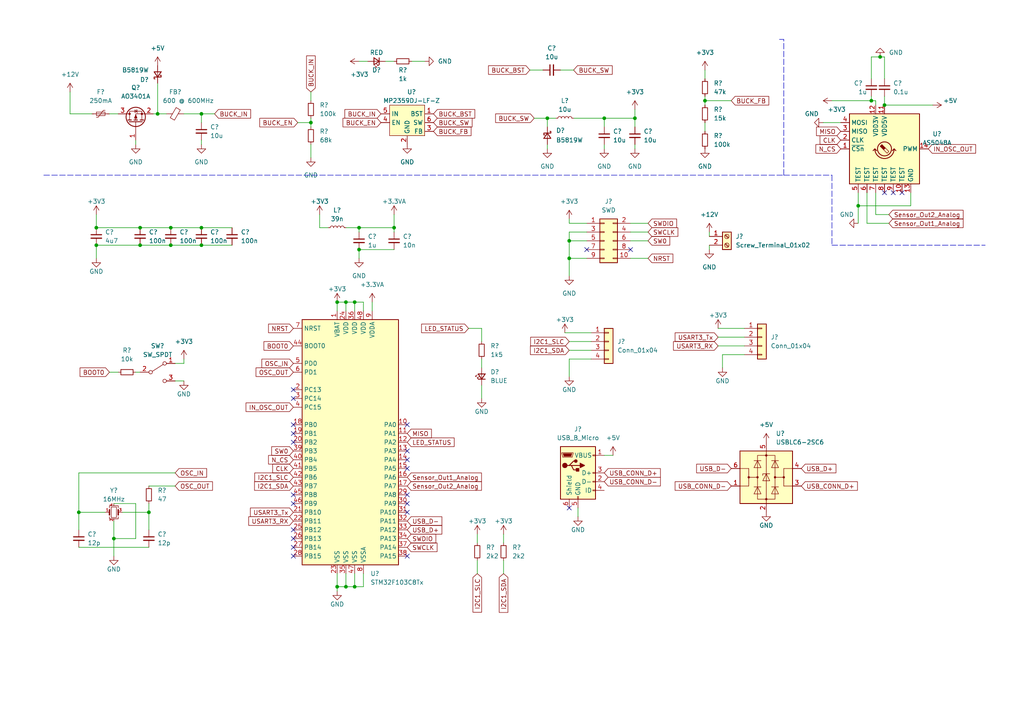
<source format=kicad_sch>
(kicad_sch (version 20211123) (generator eeschema)
  (paper "A4")
  (title_block (title "stm32") (date "2022-06-27") (rev "v1.0") (company "Ethan Zeng"))
  (lib_symbols
    (symbol "Connector:Screw_Terminal_01x02" (pin_names (offset 1.016) hide)
      (property "Reference" "J" (at 0 2.54 0))
      (property "Value" "Screw_Terminal_01x02" (at 0 -5.08 0))
      (symbol "Screw_Terminal_01x02_1_1"
        (pin passive line (at -5.08 0 0) (length 3.81) (name "Pin_1") (number "1"))
        (pin passive line (at -5.08 -2.54 0) (length 3.81) (name "Pin_2") (number "2"))
      )
    )
    (symbol "Connector:USB_B_Micro" (pin_names (offset 1.016))
      (property "Reference" "J" (at -5.08 11.43 0))
      (property "Value" "USB_B_Micro" (at -5.08 8.89 0))
      (symbol "USB_B_Micro_1_1"
        (pin power_out line (at 7.62 5.08 180) (length 2.54) (name "VBUS") (number "1"))
        (pin bidirectional line (at 7.62 -2.54 180) (length 2.54) (name "D-") (number "2"))
        (pin bidirectional line (at 7.62 0 180) (length 2.54) (name "D+") (number "3"))
        (pin passive line (at 7.62 -5.08 180) (length 2.54) (name "ID") (number "4"))
        (pin power_out line (at 0 -10.16 90) (length 2.54) (name "GND") (number "5"))
        (pin passive line (at -2.54 -10.16 90) (length 2.54) (name "Shield") (number "6"))
      )
    )
    (symbol "Connector_Generic:Conn_01x04" (pin_names (offset 1.016) hide)
      (property "Reference" "J" (at 0 5.08 0))
      (property "Value" "Conn_01x04" (at 0 -7.62 0))
      (symbol "Conn_01x04_1_1"
        (pin passive line (at -5.08 2.54 0) (length 3.81) (name "Pin_1") (number "1"))
        (pin passive line (at -5.08 0 0) (length 3.81) (name "Pin_2") (number "2"))
        (pin passive line (at -5.08 -2.54 0) (length 3.81) (name "Pin_3") (number "3"))
        (pin passive line (at -5.08 -5.08 0) (length 3.81) (name "Pin_4") (number "4"))
      )
    )
    (symbol "Connector_Generic:Conn_02x05_Odd_Even" (pin_names (offset 1.016) hide)
      (property "Reference" "J" (at 1.27 7.62 0))
      (property "Value" "Conn_02x05_Odd_Even" (at 1.27 -7.62 0))
      (symbol "Conn_02x05_Odd_Even_1_1"
        (pin passive line (at -5.08 5.08 0) (length 3.81) (name "Pin_1") (number "1"))
        (pin passive line (at 7.62 -5.08 180) (length 3.81) (name "Pin_10") (number "10"))
        (pin passive line (at 7.62 5.08 180) (length 3.81) (name "Pin_2") (number "2"))
        (pin passive line (at -5.08 2.54 0) (length 3.81) (name "Pin_3") (number "3"))
        (pin passive line (at 7.62 2.54 180) (length 3.81) (name "Pin_4") (number "4"))
        (pin passive line (at -5.08 0 0) (length 3.81) (name "Pin_5") (number "5"))
        (pin passive line (at 7.62 0 180) (length 3.81) (name "Pin_6") (number "6"))
        (pin passive line (at -5.08 -2.54 0) (length 3.81) (name "Pin_7") (number "7"))
        (pin passive line (at 7.62 -2.54 180) (length 3.81) (name "Pin_8") (number "8"))
        (pin passive line (at -5.08 -5.08 0) (length 3.81) (name "Pin_9") (number "9"))
      )
    )
    (symbol "Device:C_Small" (pin_numbers hide) (pin_names (offset 0.254) hide)
      (property "Reference" "C" (at 0.254 1.778 0))
      (property "Value" "C_Small" (at 0.254 -2.032 0))
      (symbol "C_Small_1_1"
        (pin passive line (at 0 2.54 270) (length 2.032) (name "~") (number "1"))
        (pin passive line (at 0 -2.54 90) (length 2.032) (name "~") (number "2"))
      )
    )
    (symbol "Device:Crystal_GND24_Small" (pin_names (offset 1.016) hide)
      (property "Reference" "Y" (at 1.27 4.445 0))
      (property "Value" "Crystal_GND24_Small" (at 1.27 2.54 0))
      (symbol "Crystal_GND24_Small_1_1"
        (pin passive line (at -2.54 0 0) (length 1.27) (name "1") (number "1"))
        (pin passive line (at 0 -2.54 90) (length 0.635) (name "2") (number "2"))
        (pin passive line (at 2.54 0 180) (length 1.27) (name "3") (number "3"))
        (pin passive line (at 0 2.54 270) (length 0.635) (name "4") (number "4"))
      )
    )
    (symbol "Device:D_Schottky_Small" (pin_numbers hide) (pin_names (offset 0.254) hide)
      (property "Reference" "D" (at -1.27 2.032 0))
      (property "Value" "D_Schottky_Small" (at -7.112 -2.032 0))
      (symbol "D_Schottky_Small_1_1"
        (pin passive line (at -2.54 0 0) (length 1.778) (name "K") (number "1"))
        (pin passive line (at 2.54 0 180) (length 1.778) (name "A") (number "2"))
      )
    )
    (symbol "Device:FerriteBead_Small" (pin_numbers hide) (pin_names (offset 0))
      (property "Reference" "FB" (at 1.905 1.27 0))
      (property "Value" "FerriteBead_Small" (at 1.905 -1.27 0))
      (symbol "FerriteBead_Small_1_1"
        (pin passive line (at 0 2.54 270) (length 1.27) (name "~") (number "1"))
        (pin passive line (at 0 -2.54 90) (length 1.27) (name "~") (number "2"))
      )
    )
    (symbol "Device:LED_Small" (pin_numbers hide) (pin_names (offset 0.254) hide)
      (property "Reference" "D" (at -1.27 3.175 0))
      (property "Value" "LED_Small" (at -4.445 -2.54 0))
      (symbol "LED_Small_1_1"
        (pin passive line (at -2.54 0 0) (length 1.778) (name "K") (number "1"))
        (pin passive line (at 2.54 0 180) (length 1.778) (name "A") (number "2"))
      )
    )
    (symbol "Device:L_Small" (pin_numbers hide) (pin_names (offset 0.254) hide)
      (property "Reference" "L" (at 0.762 1.016 0))
      (property "Value" "L_Small" (at 0.762 -1.016 0))
      (symbol "L_Small_1_1"
        (pin passive line (at 0 2.54 270) (length 0.508) (name "~") (number "1"))
        (pin passive line (at 0 -2.54 90) (length 0.508) (name "~") (number "2"))
      )
    )
    (symbol "Device:Polyfuse_Small" (pin_numbers hide) (pin_names (offset 0))
      (property "Reference" "F" (at -1.905 0 90))
      (property "Value" "Polyfuse_Small" (at 1.905 0 90))
      (symbol "Polyfuse_Small_1_1"
        (pin passive line (at 0 2.54 270) (length 0.635) (name "~") (number "1"))
        (pin passive line (at 0 -2.54 90) (length 0.635) (name "~") (number "2"))
      )
    )
    (symbol "Device:R_Small" (pin_numbers hide) (pin_names (offset 0.254) hide)
      (property "Reference" "R" (at 0.762 0.508 0))
      (property "Value" "R_Small" (at 0.762 -1.016 0))
      (symbol "R_Small_1_1"
        (pin passive line (at 0 2.54 270) (length 0.762) (name "~") (number "1"))
        (pin passive line (at 0 -2.54 90) (length 0.762) (name "~") (number "2"))
      )
    )
    (symbol "MCU_ST_STM32F1:STM32F103C8Tx"
      (property "Reference" "U" (at -15.24 36.83 0))
      (property "Value" "STM32F103C8Tx" (at 7.62 36.83 0))
      (symbol "STM32F103C8Tx_1_1"
        (pin power_in line (at -5.08 38.1 270) (length 2.54) (name "VBAT") (number "1"))
        (pin bidirectional line (at 15.24 5.08 180) (length 2.54) (name "PA0") (number "10"))
        (pin bidirectional line (at 15.24 2.54 180) (length 2.54) (name "PA1") (number "11"))
        (pin bidirectional line (at 15.24 0 180) (length 2.54) (name "PA2") (number "12"))
        (pin bidirectional line (at 15.24 -2.54 180) (length 2.54) (name "PA3") (number "13"))
        (pin bidirectional line (at 15.24 -5.08 180) (length 2.54) (name "PA4") (number "14"))
        (pin bidirectional line (at 15.24 -7.62 180) (length 2.54) (name "PA5") (number "15"))
        (pin bidirectional line (at 15.24 -10.16 180) (length 2.54) (name "PA6") (number "16"))
        (pin bidirectional line (at 15.24 -12.7 180) (length 2.54) (name "PA7") (number "17"))
        (pin bidirectional line (at -17.78 5.08 0) (length 2.54) (name "PB0") (number "18"))
        (pin bidirectional line (at -17.78 2.54 0) (length 2.54) (name "PB1") (number "19"))
        (pin bidirectional line (at -17.78 15.24 0) (length 2.54) (name "PC13") (number "2"))
        (pin bidirectional line (at -17.78 0 0) (length 2.54) (name "PB2") (number "20"))
        (pin bidirectional line (at -17.78 -20.32 0) (length 2.54) (name "PB10") (number "21"))
        (pin bidirectional line (at -17.78 -22.86 0) (length 2.54) (name "PB11") (number "22"))
        (pin power_in line (at -5.08 -38.1 90) (length 2.54) (name "VSS") (number "23"))
        (pin power_in line (at -2.54 38.1 270) (length 2.54) (name "VDD") (number "24"))
        (pin bidirectional line (at -17.78 -25.4 0) (length 2.54) (name "PB12") (number "25"))
        (pin bidirectional line (at -17.78 -27.94 0) (length 2.54) (name "PB13") (number "26"))
        (pin bidirectional line (at -17.78 -30.48 0) (length 2.54) (name "PB14") (number "27"))
        (pin bidirectional line (at -17.78 -33.02 0) (length 2.54) (name "PB15") (number "28"))
        (pin bidirectional line (at 15.24 -15.24 180) (length 2.54) (name "PA8") (number "29"))
        (pin bidirectional line (at -17.78 12.7 0) (length 2.54) (name "PC14") (number "3"))
        (pin bidirectional line (at 15.24 -17.78 180) (length 2.54) (name "PA9") (number "30"))
        (pin bidirectional line (at 15.24 -20.32 180) (length 2.54) (name "PA10") (number "31"))
        (pin bidirectional line (at 15.24 -22.86 180) (length 2.54) (name "PA11") (number "32"))
        (pin bidirectional line (at 15.24 -25.4 180) (length 2.54) (name "PA12") (number "33"))
        (pin bidirectional line (at 15.24 -27.94 180) (length 2.54) (name "PA13") (number "34"))
        (pin power_in line (at -2.54 -38.1 90) (length 2.54) (name "VSS") (number "35"))
        (pin power_in line (at 0 38.1 270) (length 2.54) (name "VDD") (number "36"))
        (pin bidirectional line (at 15.24 -30.48 180) (length 2.54) (name "PA14") (number "37"))
        (pin bidirectional line (at 15.24 -33.02 180) (length 2.54) (name "PA15") (number "38"))
        (pin bidirectional line (at -17.78 -2.54 0) (length 2.54) (name "PB3") (number "39"))
        (pin bidirectional line (at -17.78 10.16 0) (length 2.54) (name "PC15") (number "4"))
        (pin bidirectional line (at -17.78 -5.08 0) (length 2.54) (name "PB4") (number "40"))
        (pin bidirectional line (at -17.78 -7.62 0) (length 2.54) (name "PB5") (number "41"))
        (pin bidirectional line (at -17.78 -10.16 0) (length 2.54) (name "PB6") (number "42"))
        (pin bidirectional line (at -17.78 -12.7 0) (length 2.54) (name "PB7") (number "43"))
        (pin input line (at -17.78 27.94 0) (length 2.54) (name "BOOT0") (number "44"))
        (pin bidirectional line (at -17.78 -15.24 0) (length 2.54) (name "PB8") (number "45"))
        (pin bidirectional line (at -17.78 -17.78 0) (length 2.54) (name "PB9") (number "46"))
        (pin power_in line (at 0 -38.1 90) (length 2.54) (name "VSS") (number "47"))
        (pin power_in line (at 2.54 38.1 270) (length 2.54) (name "VDD") (number "48"))
        (pin input line (at -17.78 22.86 0) (length 2.54) (name "PD0") (number "5"))
        (pin input line (at -17.78 20.32 0) (length 2.54) (name "PD1") (number "6"))
        (pin input line (at -17.78 33.02 0) (length 2.54) (name "NRST") (number "7"))
        (pin power_in line (at 2.54 -38.1 90) (length 2.54) (name "VSSA") (number "8"))
        (pin power_in line (at 5.08 38.1 270) (length 2.54) (name "VDDA") (number "9"))
      )
    )
    (symbol "Power_Protection:USBLC6-2SC6" (pin_names hide)
      (property "Reference" "U" (at 2.54 8.89 0))
      (property "Value" "USBLC6-2SC6" (at 2.54 -8.89 0))
      (symbol "USBLC6-2SC6_1_1"
        (pin passive line (at -10.16 -2.54 0) (length 2.54) (name "I/O1") (number "1"))
        (pin passive line (at 0 -10.16 90) (length 2.54) (name "GND") (number "2"))
        (pin passive line (at 10.16 -2.54 180) (length 2.54) (name "I/O2") (number "3"))
        (pin passive line (at 10.16 2.54 180) (length 2.54) (name "I/O2") (number "4"))
        (pin passive line (at 0 10.16 270) (length 2.54) (name "VBUS") (number "5"))
        (pin passive line (at -10.16 2.54 0) (length 2.54) (name "I/O1") (number "6"))
      )
    )
    (symbol "Regulator_Switching:MP2359DJ-LF-Z"
      (property "Reference" "U" (at -5.08 5.08 0))
      (property "Value" "MP2359DJ-LF-Z" (at 8.89 5.08 0))
      (symbol "MP2359DJ-LF-Z_1_1"
        (pin input line (at 7.62 1.27 180) (length 2.54) (name "BST") (number "1"))
        (pin input line (at 0 -7.62 90) (length 2.54) (name "GND") (number "2"))
        (pin input line (at 7.62 -3.81 180) (length 2.54) (name "FB") (number "3"))
        (pin input line (at -7.62 -1.27 0) (length 2.54) (name "EN") (number "4"))
        (pin input line (at -7.62 1.27 0) (length 2.54) (name "IN") (number "5"))
        (pin input line (at 7.62 -1.27 180) (length 2.54) (name "SW") (number "6"))
      )
    )
    (symbol "Sensor_Magnetic:AS5048A"
      (property "Reference" "U" (at -10.16 11.43 0))
      (property "Value" "AS5048A" (at 10.16 11.43 0))
      (symbol "AS5048A_1_1"
        (pin input line (at -12.7 0 0) (length 2.54) (name "~{CSn}") (number "1"))
        (pin passive line (at 5.08 -12.7 90) (length 2.54) (name "TEST") (number "10"))
        (pin power_in line (at 0 12.7 270) (length 2.54) (name "VDD5V") (number "11"))
        (pin power_in line (at -2.54 12.7 270) (length 2.54) (name "VDD3V") (number "12"))
        (pin power_in line (at 7.62 -12.7 90) (length 2.54) (name "GND") (number "13"))
        (pin output line (at 12.7 0 180) (length 2.54) (name "PWM") (number "14"))
        (pin input line (at -12.7 2.54 0) (length 2.54) (name "CLK") (number "2"))
        (pin output line (at -12.7 5.08 0) (length 2.54) (name "MISO") (number "3"))
        (pin input line (at -12.7 7.62 0) (length 2.54) (name "MOSI") (number "4"))
        (pin passive line (at -7.62 -12.7 90) (length 2.54) (name "TEST") (number "5"))
        (pin passive line (at -5.08 -12.7 90) (length 2.54) (name "TEST") (number "6"))
        (pin passive line (at -2.54 -12.7 90) (length 2.54) (name "TEST") (number "7"))
        (pin passive line (at 0 -12.7 90) (length 2.54) (name "TEST") (number "8"))
        (pin passive line (at 2.54 -12.7 90) (length 2.54) (name "TEST") (number "9"))
      )
    )
    (symbol "Switch:SW_SPDT" (pin_names (offset 0) hide)
      (property "Reference" "SW" (at 0 4.318 0))
      (property "Value" "SW_SPDT" (at 0 -5.08 0))
      (symbol "SW_SPDT_1_1"
        (pin passive line (at 5.08 2.54 180) (length 2.54) (name "A") (number "1"))
        (pin passive line (at -5.08 0 0) (length 2.54) (name "B") (number "2"))
        (pin passive line (at 5.08 -2.54 180) (length 2.54) (name "C") (number "3"))
      )
    )
    (symbol "Transistor_FET:AO3401A" (pin_names hide)
      (property "Reference" "Q" (at 5.08 1.905 0))
      (property "Value" "AO3401A" (at 5.08 0 0))
      (symbol "AO3401A_1_1"
        (pin input line (at -5.08 0 0) (length 2.54) (name "G") (number "1"))
        (pin passive line (at 2.54 -5.08 90) (length 2.54) (name "S") (number "2"))
        (pin passive line (at 2.54 5.08 270) (length 2.54) (name "D") (number "3"))
      )
    )
    (symbol "power:+12V" (power) (pin_names (offset 0))
      (property "Value" "+12V" (at 0 3.556 0))
      (symbol "+12V_1_1"
        (pin power_in line (at 0 0 90) (length 0) hide (name "+12V") (number "1"))
      )
    )
    (symbol "power:+3.3V" (power) (pin_names (offset 0))
      (property "Value" "+3.3V" (at 0 3.556 0))
      (symbol "+3.3V_1_1"
        (pin power_in line (at 0 0 90) (length 0) hide (name "+3V3") (number "1"))
      )
    )
    (symbol "power:+3.3VA" (power) (pin_names (offset 0))
      (property "Value" "+3.3VA" (at 0 3.556 0))
      (symbol "+3.3VA_1_1"
        (pin power_in line (at 0 0 90) (length 0) hide (name "+3.3VA") (number "1"))
      )
    )
    (symbol "power:+5V" (power) (pin_names (offset 0))
      (property "Value" "+5V" (at 0 3.556 0))
      (symbol "+5V_1_1"
        (pin power_in line (at 0 0 90) (length 0) hide (name "+5V") (number "1"))
      )
    )
    (symbol "power:GND" (power) (pin_names (offset 0))
      (property "Value" "GND" (at 0 -3.81 0))
      (symbol "GND_1_1"
        (pin power_in line (at 0 0 270) (length 0) hide (name "GND") (number "1"))
      )
    )
  )
  (junction (at 97.79 87.63))
  (junction (at 27.94 71.12))
  (junction (at 45.72 33.02))
  (junction (at 165.1 74.93))
  (junction (at 22.86 148.59))
  (junction (at 27.94 66.04))
  (junction (at 255.27 16.51))
  (junction (at 114.3 66.04))
  (junction (at 49.53 71.12))
  (junction (at 104.14 66.04))
  (junction (at 58.42 33.02))
  (junction (at 97.79 170.18))
  (junction (at 40.64 66.04))
  (junction (at 175.26 34.29))
  (junction (at 204.47 29.21))
  (junction (at 49.53 66.04))
  (junction (at 256.54 30.48))
  (junction (at 58.42 71.12))
  (junction (at 184.15 34.29))
  (junction (at 102.87 170.18))
  (junction (at 58.42 66.04))
  (junction (at 104.14 72.39))
  (junction (at 248.92 59.69))
  (junction (at 252.73 29.21))
  (junction (at 40.64 71.12))
  (junction (at 158.75 34.29))
  (junction (at 165.1 69.85))
  (junction (at 33.02 156.21))
  (junction (at 100.33 170.18))
  (junction (at 43.18 148.59))
  (junction (at 90.17 35.56))
  (junction (at 100.33 87.63))
  (junction (at 102.87 87.63))
  (no_connect (at 259.08 55.88))
  (no_connect (at 256.54 55.88))
  (no_connect (at 261.62 55.88))
  (no_connect (at 85.09 123.19))
  (no_connect (at 85.09 115.57))
  (no_connect (at 118.11 143.51))
  (no_connect (at 85.09 128.27))
  (no_connect (at 118.11 135.89))
  (no_connect (at 85.09 125.73))
  (no_connect (at 118.11 133.35))
  (no_connect (at 118.11 146.05))
  (no_connect (at 118.11 148.59))
  (no_connect (at 118.11 161.29))
  (no_connect (at 85.09 158.75))
  (no_connect (at 85.09 146.05))
  (no_connect (at 85.09 156.21))
  (no_connect (at 85.09 161.29))
  (no_connect (at 85.09 153.67))
  (no_connect (at 85.09 143.51))
  (no_connect (at 85.09 113.03))
  (no_connect (at 118.11 123.19))
  (no_connect (at 118.11 130.81))
  (no_connect (at 170.18 72.39))
  (no_connect (at 165.1 147.32))
  (no_connect (at 182.88 72.39))
  (wire (pts (xy 39.37 40.64) (xy 39.37 41.91)))
  (wire (pts (xy 248.92 59.69) (xy 248.92 55.88)))
  (wire (pts (xy 204.47 29.21) (xy 204.47 30.48)))
  (wire (pts (xy 114.3 62.23) (xy 114.3 66.04)))
  (wire (pts (xy 175.26 34.29) (xy 175.26 36.83)))
  (wire (pts (xy 97.79 87.63) (xy 97.79 90.17)))
  (wire (pts (xy 209.55 106.68) (xy 209.55 102.87)))
  (wire (pts (xy 31.75 33.02) (xy 34.29 33.02)))
  (wire (pts (xy 182.88 74.93) (xy 187.96 74.93)))
  (wire (pts (xy 165.1 69.85) (xy 165.1 74.93)))
  (wire (pts (xy 139.7 111.76) (xy 139.7 115.57)))
  (wire (pts (xy 158.75 34.29) (xy 158.75 36.83)))
  (wire (pts (xy 20.32 33.02) (xy 26.67 33.02)))
  (wire (pts (xy 104.14 66.04) (xy 104.14 67.31)))
  (wire (pts (xy 43.18 140.97) (xy 50.8 140.97)))
  (wire (pts (xy 254 29.21) (xy 254 30.48)))
  (wire (pts (xy 22.86 158.75) (xy 43.18 158.75)))
  (wire (pts (xy 204.47 20.32) (xy 204.47 22.86)))
  (wire (pts (xy 163.83 96.52) (xy 171.45 96.52)))
  (wire (pts (xy 256.54 16.51) (xy 255.27 16.51)))
  (wire (pts (xy 165.1 101.6) (xy 171.45 101.6)))
  (wire (pts (xy 114.3 66.04) (xy 114.3 67.31)))
  (polyline (pts (xy 241.3 71.12) (xy 285.75 71.12)))
  (wire (pts (xy 100.33 166.37) (xy 100.33 170.18)))
  (wire (pts (xy 153.67 20.32) (xy 157.48 20.32)))
  (wire (pts (xy 252.73 16.51) (xy 255.27 16.51)))
  (wire (pts (xy 165.1 69.85) (xy 170.18 69.85)))
  (polyline (pts (xy 226.06 11.43) (xy 227.33 11.43)))
  (wire (pts (xy 104.14 72.39) (xy 104.14 74.93)))
  (wire (pts (xy 241.3 29.21) (xy 252.73 29.21)))
  (wire (pts (xy 100.33 170.18) (xy 97.79 170.18)))
  (wire (pts (xy 175.26 41.91) (xy 175.26 43.18)))
  (wire (pts (xy 33.02 151.13) (xy 33.02 156.21)))
  (wire (pts (xy 254 62.23) (xy 257.81 62.23)))
  (wire (pts (xy 184.15 34.29) (xy 184.15 36.83)))
  (wire (pts (xy 167.64 149.86) (xy 167.64 147.32)))
  (wire (pts (xy 135.89 95.25) (xy 139.7 95.25)))
  (wire (pts (xy 33.02 156.21) (xy 39.37 156.21)))
  (wire (pts (xy 165.1 67.31) (xy 165.1 69.85)))
  (wire (pts (xy 252.73 27.94) (xy 252.73 29.21)))
  (wire (pts (xy 139.7 95.25) (xy 139.7 99.06)))
  (wire (pts (xy 97.79 166.37) (xy 97.79 170.18)))
  (wire (pts (xy 165.1 99.06) (xy 171.45 99.06)))
  (wire (pts (xy 256.54 22.86) (xy 256.54 16.51)))
  (wire (pts (xy 90.17 41.91) (xy 90.17 45.72)))
  (wire (pts (xy 184.15 31.75) (xy 184.15 34.29)))
  (wire (pts (xy 58.42 40.64) (xy 58.42 41.91)))
  (wire (pts (xy 45.72 24.13) (xy 45.72 33.02)))
  (wire (pts (xy 49.53 71.12) (xy 58.42 71.12)))
  (wire (pts (xy 104.14 17.78) (xy 106.68 17.78)))
  (wire (pts (xy 107.95 87.63) (xy 107.95 90.17)))
  (polyline (pts (xy 227.33 50.8) (xy 227.33 11.43)))
  (wire (pts (xy 256.54 30.48) (xy 270.51 30.48)))
  (wire (pts (xy 252.73 22.86) (xy 252.73 16.51)))
  (wire (pts (xy 154.94 34.29) (xy 158.75 34.29)))
  (polyline (pts (xy 12.7 50.8) (xy 227.33 50.8)))
  (wire (pts (xy 43.18 146.05) (xy 43.18 148.59)))
  (wire (pts (xy 264.16 55.88) (xy 264.16 59.69)))
  (wire (pts (xy 92.71 66.04) (xy 95.25 66.04)))
  (wire (pts (xy 208.28 100.33) (xy 215.9 100.33)))
  (wire (pts (xy 252.73 29.21) (xy 254 29.21)))
  (wire (pts (xy 170.18 67.31) (xy 165.1 67.31)))
  (wire (pts (xy 35.56 148.59) (xy 43.18 148.59)))
  (wire (pts (xy 146.05 154.94) (xy 146.05 157.48)))
  (wire (pts (xy 182.88 69.85) (xy 187.96 69.85)))
  (wire (pts (xy 165.1 64.77) (xy 170.18 64.77)))
  (wire (pts (xy 58.42 71.12) (xy 67.31 71.12)))
  (wire (pts (xy 43.18 148.59) (xy 43.18 153.67)))
  (wire (pts (xy 182.88 64.77) (xy 187.96 64.77)))
  (wire (pts (xy 102.87 166.37) (xy 102.87 170.18)))
  (wire (pts (xy 166.37 34.29) (xy 175.26 34.29)))
  (wire (pts (xy 53.34 105.41) (xy 50.8 105.41)))
  (wire (pts (xy 184.15 41.91) (xy 184.15 43.18)))
  (wire (pts (xy 139.7 104.14) (xy 139.7 106.68)))
  (polyline (pts (xy 227.33 50.8) (xy 241.3 50.8)))
  (wire (pts (xy 205.74 67.31) (xy 205.74 68.58)))
  (wire (pts (xy 90.17 26.67) (xy 90.17 29.21)))
  (wire (pts (xy 165.1 63.5) (xy 165.1 64.77)))
  (wire (pts (xy 100.33 87.63) (xy 100.33 90.17)))
  (wire (pts (xy 27.94 66.04) (xy 40.64 66.04)))
  (wire (pts (xy 102.87 87.63) (xy 105.41 87.63)))
  (wire (pts (xy 86.36 35.56) (xy 90.17 35.56)))
  (wire (pts (xy 105.41 166.37) (xy 105.41 170.18)))
  (wire (pts (xy 102.87 87.63) (xy 102.87 90.17)))
  (wire (pts (xy 204.47 27.94) (xy 204.47 29.21)))
  (polyline (pts (xy 241.3 50.8) (xy 241.3 71.12)))
  (wire (pts (xy 27.94 62.23) (xy 27.94 66.04)))
  (wire (pts (xy 27.94 71.12) (xy 27.94 74.93)))
  (wire (pts (xy 45.72 33.02) (xy 48.26 33.02)))
  (wire (pts (xy 102.87 170.18) (xy 105.41 170.18)))
  (wire (pts (xy 58.42 33.02) (xy 58.42 35.56)))
  (wire (pts (xy 256.54 27.94) (xy 256.54 30.48)))
  (wire (pts (xy 138.43 162.56) (xy 138.43 166.37)))
  (wire (pts (xy 204.47 35.56) (xy 204.47 38.1)))
  (wire (pts (xy 100.33 170.18) (xy 102.87 170.18)))
  (wire (pts (xy 53.34 33.02) (xy 58.42 33.02)))
  (wire (pts (xy 50.8 137.16) (xy 22.86 137.16)))
  (wire (pts (xy 238.76 35.56) (xy 243.84 35.56)))
  (wire (pts (xy 251.46 64.77) (xy 257.81 64.77)))
  (wire (pts (xy 205.74 71.12) (xy 205.74 72.39)))
  (wire (pts (xy 49.53 66.04) (xy 58.42 66.04)))
  (wire (pts (xy 33.02 146.05) (xy 39.37 146.05)))
  (wire (pts (xy 165.1 74.93) (xy 165.1 80.01)))
  (wire (pts (xy 22.86 148.59) (xy 22.86 153.67)))
  (wire (pts (xy 40.64 71.12) (xy 49.53 71.12)))
  (wire (pts (xy 58.42 33.02) (xy 62.23 33.02)))
  (wire (pts (xy 33.02 156.21) (xy 33.02 161.29)))
  (wire (pts (xy 50.8 110.49) (xy 53.34 110.49)))
  (wire (pts (xy 40.64 66.04) (xy 49.53 66.04)))
  (wire (pts (xy 158.75 41.91) (xy 158.75 43.18)))
  (wire (pts (xy 44.45 33.02) (xy 45.72 33.02)))
  (wire (pts (xy 100.33 87.63) (xy 102.87 87.63)))
  (wire (pts (xy 171.45 104.14) (xy 165.1 104.14)))
  (wire (pts (xy 97.79 87.63) (xy 100.33 87.63)))
  (wire (pts (xy 105.41 87.63) (xy 105.41 90.17)))
  (wire (pts (xy 264.16 59.69) (xy 248.92 59.69)))
  (wire (pts (xy 90.17 35.56) (xy 90.17 36.83)))
  (wire (pts (xy 22.86 137.16) (xy 22.86 148.59)))
  (wire (pts (xy 20.32 26.67) (xy 20.32 33.02)))
  (wire (pts (xy 39.37 146.05) (xy 39.37 156.21)))
  (wire (pts (xy 165.1 74.93) (xy 170.18 74.93)))
  (wire (pts (xy 104.14 66.04) (xy 114.3 66.04)))
  (wire (pts (xy 39.37 107.95) (xy 40.64 107.95)))
  (wire (pts (xy 162.56 20.32) (xy 166.37 20.32)))
  (wire (pts (xy 204.47 29.21) (xy 212.09 29.21)))
  (wire (pts (xy 90.17 34.29) (xy 90.17 35.56)))
  (wire (pts (xy 158.75 34.29) (xy 161.29 34.29)))
  (wire (pts (xy 138.43 154.94) (xy 138.43 157.48)))
  (wire (pts (xy 209.55 102.87) (xy 215.9 102.87)))
  (wire (pts (xy 208.28 97.79) (xy 215.9 97.79)))
  (wire (pts (xy 100.33 66.04) (xy 104.14 66.04)))
  (wire (pts (xy 175.26 132.08) (xy 177.8 132.08)))
  (wire (pts (xy 97.79 171.45) (xy 97.79 170.18)))
  (wire (pts (xy 175.26 34.29) (xy 184.15 34.29)))
  (wire (pts (xy 111.76 17.78) (xy 114.3 17.78)))
  (wire (pts (xy 182.88 67.31) (xy 187.96 67.31)))
  (wire (pts (xy 27.94 71.12) (xy 40.64 71.12)))
  (wire (pts (xy 165.1 104.14) (xy 165.1 109.22)))
  (wire (pts (xy 31.75 107.95) (xy 34.29 107.95)))
  (wire (pts (xy 104.14 72.39) (xy 114.3 72.39)))
  (wire (pts (xy 92.71 62.23) (xy 92.71 66.04)))
  (wire (pts (xy 30.48 148.59) (xy 22.86 148.59)))
  (wire (pts (xy 251.46 64.77) (xy 251.46 55.88)))
  (wire (pts (xy 248.92 64.77) (xy 248.92 59.69)))
  (wire (pts (xy 58.42 66.04) (xy 67.31 66.04)))
  (wire (pts (xy 208.28 95.25) (xy 215.9 95.25)))
  (wire (pts (xy 53.34 104.14) (xy 53.34 105.41)))
  (wire (pts (xy 254 55.88) (xy 254 62.23)))
  (wire (pts (xy 146.05 162.56) (xy 146.05 166.37)))
  (wire (pts (xy 119.38 17.78) (xy 123.19 17.78)))
  (global_label "I2C1_SLC" (shape input) (at 85.09 138.43 180) (property "插入图纸页参考" "${INTERSHEET_REFS}" (effects hide)))
  (global_label "USART3_RX" (shape input) (at 85.09 151.13 180) (property "插入图纸页参考" "${INTERSHEET_REFS}" (effects hide)))
  (global_label "BOOT0" (shape input) (at 85.09 100.33 180) (property "插入图纸页参考" "${INTERSHEET_REFS}" (effects hide)))
  (global_label "LED_STATUS" (shape input) (at 118.11 128.27 0) (property "插入图纸页参考" "${INTERSHEET_REFS}" (effects hide)))
  (global_label "I2C1_SLC" (shape input) (at 138.43 166.37 270) (property "插入图纸页参考" "${INTERSHEET_REFS}" (effects hide)))
  (global_label "SWCLK" (shape input) (at 187.96 67.31 0) (property "插入图纸页参考" "${INTERSHEET_REFS}" (effects hide)))
  (global_label "CLK" (shape input) (at 85.09 135.89 180) (property "插入图纸页参考" "${INTERSHEET_REFS}" (effects hide)))
  (global_label "SWDIO" (shape input) (at 118.11 156.21 0) (property "插入图纸页参考" "${INTERSHEET_REFS}" (effects hide)))
  (global_label "BUCK_IN" (shape input) (at 110.49 33.02 180) (property "插入图纸页参考" "${INTERSHEET_REFS}" (effects hide)))
  (global_label "IN_OSC_OUT" (shape input) (at 85.09 118.11 180) (property "插入图纸页参考" "${INTERSHEET_REFS}" (effects hide)))
  (global_label "BUCK_FB" (shape input) (at 125.73 38.1 0) (property "插入图纸页参考" "${INTERSHEET_REFS}" (effects hide)))
  (global_label "NRST" (shape input) (at 187.96 74.93 0) (property "插入图纸页参考" "${INTERSHEET_REFS}" (effects hide)))
  (global_label "USART3_Tx" (shape input) (at 85.09 148.59 180) (property "插入图纸页参考" "${INTERSHEET_REFS}" (effects hide)))
  (global_label "USB_CONN_D-" (shape input) (at 212.09 140.97 180) (property "插入图纸页参考" "${INTERSHEET_REFS}" (effects hide)))
  (global_label "I2C1_SDA" (shape input) (at 146.05 166.37 270) (property "插入图纸页参考" "${INTERSHEET_REFS}" (effects hide)))
  (global_label "BUCK_EN" (shape input) (at 86.36 35.56 180) (property "插入图纸页参考" "${INTERSHEET_REFS}" (effects hide)))
  (global_label "N_CS" (shape input) (at 85.09 133.35 180) (property "插入图纸页参考" "${INTERSHEET_REFS}" (effects hide)))
  (global_label "I2C1_SDA" (shape input) (at 165.1 101.6 180) (property "插入图纸页参考" "${INTERSHEET_REFS}" (effects hide)))
  (global_label "I2C1_SLC" (shape input) (at 165.1 99.06 180) (property "插入图纸页参考" "${INTERSHEET_REFS}" (effects hide)))
  (global_label "BUCK_SW" (shape input) (at 154.94 34.29 180) (property "插入图纸页参考" "${INTERSHEET_REFS}" (effects hide)))
  (global_label "CLK" (shape input) (at 243.84 40.64 180) (property "插入图纸页参考" "${INTERSHEET_REFS}" (effects hide)))
  (global_label "OSC_IN" (shape input) (at 50.8 137.16 0) (property "插入图纸页参考" "${INTERSHEET_REFS}" (effects hide)))
  (global_label "MISO" (shape input) (at 243.84 38.1 180) (property "插入图纸页参考" "${INTERSHEET_REFS}" (effects hide)))
  (global_label "BUCK_BST" (shape input) (at 125.73 33.02 0) (property "插入图纸页参考" "${INTERSHEET_REFS}" (effects hide)))
  (global_label "USB_D+" (shape input) (at 232.41 135.89 0) (property "插入图纸页参考" "${INTERSHEET_REFS}" (effects hide)))
  (global_label "Sensor_Out1_Analog" (shape input) (at 257.81 64.77 0) (property "插入图纸页参考" "${INTERSHEET_REFS}" (effects hide)))
  (global_label "N_CS" (shape input) (at 243.84 43.18 180) (property "插入图纸页参考" "${INTERSHEET_REFS}" (effects hide)))
  (global_label "USART3_RX" (shape input) (at 208.28 100.33 180) (property "插入图纸页参考" "${INTERSHEET_REFS}" (effects hide)))
  (global_label "OSC_OUT" (shape input) (at 50.8 140.97 0) (property "插入图纸页参考" "${INTERSHEET_REFS}" (effects hide)))
  (global_label "SWCLK" (shape input) (at 118.11 158.75 0) (property "插入图纸页参考" "${INTERSHEET_REFS}" (effects hide)))
  (global_label "USB_D-" (shape input) (at 118.11 151.13 0) (property "插入图纸页参考" "${INTERSHEET_REFS}" (effects hide)))
  (global_label "USART3_Tx" (shape input) (at 208.28 97.79 180) (property "插入图纸页参考" "${INTERSHEET_REFS}" (effects hide)))
  (global_label "Sensor_Out2_Analog" (shape input) (at 118.11 140.97 0) (property "插入图纸页参考" "${INTERSHEET_REFS}" (effects hide)))
  (global_label "USB_CONN_D+" (shape input) (at 232.41 140.97 0) (property "插入图纸页参考" "${INTERSHEET_REFS}" (effects hide)))
  (global_label "I2C1_SDA" (shape input) (at 85.09 140.97 180) (property "插入图纸页参考" "${INTERSHEET_REFS}" (effects hide)))
  (global_label "MISO" (shape input) (at 118.11 125.73 0) (property "插入图纸页参考" "${INTERSHEET_REFS}" (effects hide)))
  (global_label "BUCK_BST" (shape input) (at 153.67 20.32 180) (property "插入图纸页参考" "${INTERSHEET_REFS}" (effects hide)))
  (global_label "NRST" (shape input) (at 85.09 95.25 180) (property "插入图纸页参考" "${INTERSHEET_REFS}" (effects hide)))
  (global_label "BUCK_SW" (shape input) (at 166.37 20.32 0) (property "插入图纸页参考" "${INTERSHEET_REFS}" (effects hide)))
  (global_label "BUCK_IN" (shape input) (at 62.23 33.02 0) (property "插入图纸页参考" "${INTERSHEET_REFS}" (effects hide)))
  (global_label "SWDIO" (shape input) (at 187.96 64.77 0) (property "插入图纸页参考" "${INTERSHEET_REFS}" (effects hide)))
  (global_label "BUCK_SW" (shape input) (at 125.73 35.56 0) (property "插入图纸页参考" "${INTERSHEET_REFS}" (effects hide)))
  (global_label "BUCK_FB" (shape input) (at 212.09 29.21 0) (property "插入图纸页参考" "${INTERSHEET_REFS}" (effects hide)))
  (global_label "USB_CONN_D+" (shape input) (at 175.26 137.16 0) (property "插入图纸页参考" "${INTERSHEET_REFS}" (effects hide)))
  (global_label "USB_CONN_D-" (shape input) (at 175.26 139.7 0) (property "插入图纸页参考" "${INTERSHEET_REFS}" (effects hide)))
  (global_label "SW0" (shape input) (at 85.09 130.81 180) (property "插入图纸页参考" "${INTERSHEET_REFS}" (effects hide)))
  (global_label "Sensor_Out2_Analog" (shape input) (at 257.81 62.23 0) (property "插入图纸页参考" "${INTERSHEET_REFS}" (effects hide)))
  (global_label "IN_OSC_OUT" (shape input) (at 269.24 43.18 0) (property "插入图纸页参考" "${INTERSHEET_REFS}" (effects hide)))
  (global_label "USB_D-" (shape input) (at 212.09 135.89 180) (property "插入图纸页参考" "${INTERSHEET_REFS}" (effects hide)))
  (global_label "BUCK_EN" (shape input) (at 110.49 35.56 180) (property "插入图纸页参考" "${INTERSHEET_REFS}" (effects hide)))
  (global_label "LED_STATUS" (shape input) (at 135.89 95.25 180) (property "插入图纸页参考" "${INTERSHEET_REFS}" (effects hide)))
  (global_label "BOOT0" (shape input) (at 31.75 107.95 180) (property "插入图纸页参考" "${INTERSHEET_REFS}" (effects hide)))
  (global_label "Sensor_Out1_Analog" (shape input) (at 118.11 138.43 0) (property "插入图纸页参考" "${INTERSHEET_REFS}" (effects hide)))
  (global_label "OSC_IN" (shape input) (at 85.09 105.41 180) (property "插入图纸页参考" "${INTERSHEET_REFS}" (effects hide)))
  (global_label "SW0" (shape input) (at 187.96 69.85 0) (property "插入图纸页参考" "${INTERSHEET_REFS}" (effects hide)))
  (global_label "BUCK_IN" (shape input) (at 90.17 26.67 90) (property "插入图纸页参考" "${INTERSHEET_REFS}" (effects hide)))
  (global_label "OSC_OUT" (shape input) (at 85.09 107.95 180) (property "插入图纸页参考" "${INTERSHEET_REFS}" (effects hide)))
  (global_label "USB_D+" (shape input) (at 118.11 153.67 0) (property "插入图纸页参考" "${INTERSHEET_REFS}" (effects hide)))
  (symbol (lib_id "Device:C_Small") (at 114.3 69.85 0) (unit 1)
    (property "Reference" "C?" (at 116.84 68.5862 0) (effects (justify left)))
    (property "Value" "10n" (at 116.84 71.1262 0) (effects (justify left)))
  )
  (symbol (lib_id "power:+3.3V") (at 27.94 62.23 0) (unit 1)
    (property "Reference" "#PWR?" (effects hide))
    (property "Value" "+3.3V" (at 27.94 58.42 0))
  )
  (symbol (lib_id "Device:C_Small") (at 67.31 68.58 0) (unit 1)
    (property "Reference" "C?" (at 69.85 67.3162 0) (effects (justify left)))
    (property "Value" "100n" (at 69.85 69.8562 0) (effects (justify left)))
  )
  (symbol (lib_id "Regulator_Switching:MP2359DJ-LF-Z") (at 118.11 34.29 0) (unit 1)
    (property "Reference" "U?" (at 119.38 26.67 0))
    (property "Value" "MP2359DJ-LF-Z" (at 119.38 29.21 0))
  )
  (symbol (lib_id "power:GND") (at 104.14 74.93 0) (unit 1)
    (property "Reference" "#PWR?" (effects hide))
    (property "Value" "GND" (at 104.14 80.01 0))
  )
  (symbol (lib_id "Device:C_Small") (at 256.54 25.4 0) (unit 1)
    (property "Reference" "C?" (at 259.08 24.1362 0) (effects (justify left)))
    (property "Value" "0.1u" (at 259.08 26.6762 0) (effects (justify left)))
  )
  (symbol (lib_id "power:+3.3V") (at 184.15 31.75 0) (unit 1)
    (property "Reference" "#PWR?" (effects hide))
    (property "Value" "+3.3V" (at 184.15 26.67 0))
  )
  (symbol (lib_id "power:+3.3VA") (at 114.3 62.23 0) (unit 1)
    (property "Reference" "#PWR?" (effects hide))
    (property "Value" "+3.3VA" (at 114.3 58.42 0))
  )
  (symbol (lib_id "power:+3.3V") (at 97.79 87.63 0) (unit 1)
    (property "Reference" "#PWR?" (effects hide))
    (property "Value" "+3.3V" (at 97.79 83.82 0))
  )
  (symbol (lib_id "power:GND") (at 158.75 43.18 0) (unit 1)
    (property "Reference" "#PWR?" (effects hide))
    (property "Value" "GND" (at 158.75 48.26 0))
  )
  (symbol (lib_id "Device:D_Schottky_Small") (at 158.75 39.37 270) (unit 1)
    (property "Reference" "D?" (at 161.29 37.8459 90) (effects (justify left)))
    (property "Value" "B5819W" (at 161.29 40.64 90) (effects (justify left)))
  )
  (symbol (lib_id "power:+5V") (at 222.25 128.27 0) (unit 1)
    (property "Reference" "#PWR?" (effects hide))
    (property "Value" "+5V" (at 222.25 123.19 0))
  )
  (symbol (lib_id "power:+3.3V") (at 163.83 96.52 0) (unit 1)
    (property "Reference" "#PWR?" (effects hide))
    (property "Value" "+3.3V" (at 163.83 92.71 0))
  )
  (symbol (lib_id "power:+3.3V") (at 165.1 63.5 0) (unit 1)
    (property "Reference" "#PWR?" (effects hide))
    (property "Value" "+3.3V" (at 165.1 58.42 0))
  )
  (symbol (lib_id "Connector:Screw_Terminal_01x02") (at 210.82 68.58 0) (unit 1)
    (property "Reference" "J?" (at 213.36 68.5799 0) (effects (justify left)))
    (property "Value" "Screw_Terminal_01x02" (at 213.36 71.1199 0) (effects (justify left)))
  )
  (symbol (lib_id "Device:R_Small") (at 36.83 107.95 270) (unit 1)
    (property "Reference" "R?" (at 36.83 101.6 90))
    (property "Value" "10k" (at 36.83 104.14 90))
  )
  (symbol (lib_id "power:+3.3VA") (at 107.95 87.63 0) (unit 1)
    (property "Reference" "#PWR?" (effects hide))
    (property "Value" "+3.3VA" (at 107.95 82.55 0))
  )
  (symbol (lib_id "Device:C_Small") (at 43.18 156.21 0) (unit 1)
    (property "Reference" "C?" (at 45.72 154.9462 0) (effects (justify left)))
    (property "Value" "12p" (at 45.72 157.4862 0) (effects (justify left)))
  )
  (symbol (lib_id "Device:L_Small") (at 163.83 34.29 90) (unit 1)
    (property "Reference" "L?" (at 163.83 29.21 90))
    (property "Value" "10u" (at 163.83 31.75 90))
  )
  (symbol (lib_id "power:+3.3V") (at 92.71 62.23 0) (unit 1)
    (property "Reference" "#PWR?" (effects hide))
    (property "Value" "+3.3V" (at 92.71 58.42 0))
  )
  (symbol (lib_id "Device:LED_Small") (at 109.22 17.78 180) (unit 1)
    (property "Reference" "D?" (at 109.22 20.32 0))
    (property "Value" "RED" (at 109.22 15.24 0))
  )
  (symbol (lib_id "Sensor_Magnetic:AS5048A") (at 256.54 43.18 0) (unit 1)
    (property "Reference" "U?" (at 271.78 38.8493 0))
    (property "Value" "AS5048A" (at 271.78 41.3893 0))
    (property "Footprint" "Package_SO:TSSOP-14_4.4x5mm_P0.65mm" (effects hide))
    (property "Datasheet" "https://ams.com/documents/20143/36005/AS5048_DS000298_4-00.pdf" (effects hide))
  )
  (symbol (lib_id "power:+3.3V") (at 208.28 95.25 0) (unit 1)
    (property "Reference" "#PWR?" (effects hide))
    (property "Value" "+3.3V" (at 208.28 91.44 0))
  )
  (symbol (lib_id "Device:C_Small") (at 252.73 25.4 0) (unit 1)
    (property "Reference" "C?" (at 247.65 24.13 0) (effects (justify left)))
    (property "Value" "1u" (at 248.92 26.67 0) (effects (justify left)))
  )
  (symbol (lib_id "power:+12V") (at 205.74 67.31 0) (unit 1)
    (property "Reference" "#PWR?" (effects hide))
    (property "Value" "+12V" (at 205.74 62.23 0))
  )
  (symbol (lib_id "power:GND") (at 222.25 148.59 0) (unit 1)
    (property "Reference" "#PWR?" (effects hide))
    (property "Value" "GND" (at 222.25 152.4 0))
  )
  (symbol (lib_id "Device:D_Schottky_Small") (at 45.72 21.59 90) (unit 1)
    (property "Reference" "D?" (at 43.18 23.1141 90) (effects (justify left)))
    (property "Value" "B5819W" (at 43.18 20.32 90) (effects (justify left)))
  )
  (symbol (lib_id "Switch:SW_SPDT") (at 45.72 107.95 0) (unit 1)
    (property "Reference" "SW?" (at 45.72 100.33 0))
    (property "Value" "SW_SPDT" (at 45.72 102.87 0))
  )
  (symbol (lib_id "Device:C_Small") (at 175.26 39.37 0) (unit 1)
    (property "Reference" "C?" (at 177.8 38.1062 0) (effects (justify left)))
    (property "Value" "10u" (at 177.8 40.6462 0) (effects (justify left)))
  )
  (symbol (lib_id "Device:LED_Small") (at 139.7 109.22 90) (unit 1)
    (property "Reference" "D?" (at 142.24 107.8864 90) (effects (justify right)))
    (property "Value" "BLUE" (at 142.24 110.4264 90) (effects (justify right)))
  )
  (symbol (lib_id "Device:R_Small") (at 43.18 143.51 180) (unit 1)
    (property "Reference" "R?" (at 45.72 142.2399 0) (effects (justify right)))
    (property "Value" "47" (at 45.72 144.7799 0) (effects (justify right)))
  )
  (symbol (lib_id "power:+3.3V") (at 204.47 20.32 0) (unit 1)
    (property "Reference" "#PWR?" (effects hide))
    (property "Value" "+3.3V" (at 204.47 15.24 0))
  )
  (symbol (lib_id "Device:C_Small") (at 49.53 68.58 0) (unit 1)
    (property "Reference" "C?" (at 52.07 67.3162 0) (effects (justify left)))
    (property "Value" "100n" (at 52.07 69.8562 0) (effects (justify left)))
  )
  (symbol (lib_id "power:GND") (at 39.37 41.91 0) (unit 1)
    (property "Reference" "#PWR?" (effects hide))
    (property "Value" "GND" (at 39.37 46.99 0))
  )
  (symbol (lib_id "Device:C_Small") (at 160.02 20.32 90) (unit 1)
    (property "Reference" "C?" (at 160.0263 13.97 90))
    (property "Value" "10u" (at 160.0263 16.51 90))
  )
  (symbol (lib_id "power:GND") (at 248.92 64.77 270) (unit 1)
    (property "Reference" "#PWR?" (effects hide))
    (property "Value" "GND" (at 247.65 62.23 90) (effects (justify right)))
  )
  (symbol (lib_id "power:+3.3V") (at 138.43 154.94 0) (unit 1)
    (property "Reference" "#PWR?" (effects hide))
    (property "Value" "+3.3V" (at 138.43 151.13 0))
  )
  (symbol (lib_id "Device:R_Small") (at 204.47 33.02 0) (unit 1)
    (property "Reference" "R?" (at 207.01 31.7499 0) (effects (justify left)))
    (property "Value" "15k" (at 207.01 34.2899 0) (effects (justify left)))
  )
  (symbol (lib_id "Device:R_Small") (at 90.17 39.37 0) (unit 1)
    (property "Reference" "R?" (at 92.71 38.0999 0) (effects (justify left)))
    (property "Value" "68k" (at 92.71 40.6399 0) (effects (justify left)))
  )
  (symbol (lib_id "Device:Crystal_GND24_Small") (at 33.02 148.59 0) (unit 1)
    (property "Reference" "Y?" (at 33.02 142.24 0))
    (property "Value" "16MHz" (at 33.02 144.78 0))
  )
  (symbol (lib_id "Device:C_Small") (at 58.42 68.58 0) (unit 1)
    (property "Reference" "C?" (at 60.96 67.3162 0) (effects (justify left)))
    (property "Value" "100n" (at 60.96 69.8562 0) (effects (justify left)))
  )
  (symbol (lib_id "power:GND") (at 204.47 43.18 0) (unit 1)
    (property "Reference" "#PWR?" (effects hide))
    (property "Value" "GND" (at 204.47 48.26 0))
  )
  (symbol (lib_id "power:GND") (at 167.64 149.86 0) (unit 1)
    (property "Reference" "#PWR?" (effects hide))
    (property "Value" "GND" (at 167.64 153.67 0))
  )
  (symbol (lib_id "Connector_Generic:Conn_01x04") (at 176.53 99.06 0) (unit 1)
    (property "Reference" "J?" (at 179.07 99.0599 0) (effects (justify left)))
    (property "Value" "Conn_01x04" (at 179.07 101.5999 0) (effects (justify left)))
  )
  (symbol (lib_id "MCU_ST_STM32F1:STM32F103C8Tx") (at 102.87 128.27 0) (unit 1)
    (property "Reference" "U?" (at 107.4294 166.37 0) (effects (justify left)))
    (property "Value" "STM32F103C8Tx" (at 107.4294 168.91 0) (effects (justify left)))
    (property "Footprint" "Package_QFP:LQFP-48_7x7mm_P0.5mm" (effects hide))
    (property "Datasheet" "http://www.st.com/st-web-ui/static/active/en/resource/technical/document/datasheet/CD00161566.pdf" (effects hide))
  )
  (symbol (lib_id "Device:R_Small") (at 146.05 160.02 0) (unit 1)
    (property "Reference" "R?" (at 148.59 158.7499 0) (effects (justify left)))
    (property "Value" "2k2" (at 148.59 161.2899 0) (effects (justify left)))
  )
  (symbol (lib_id "power:+12V") (at 20.32 26.67 0) (unit 1)
    (property "Reference" "#PWR?" (effects hide))
    (property "Value" "+12V" (at 20.32 21.59 0))
  )
  (symbol (lib_id "power:GND") (at 184.15 43.18 0) (unit 1)
    (property "Reference" "#PWR?" (effects hide))
    (property "Value" "GND" (at 184.15 48.26 0))
  )
  (symbol (lib_id "Device:Polyfuse_Small") (at 29.21 33.02 90) (unit 1)
    (property "Reference" "F?" (at 29.21 26.67 90))
    (property "Value" "250mA" (at 29.21 29.21 90))
  )
  (symbol (lib_id "Device:L_Small") (at 97.79 66.04 90) (unit 1)
    (property "Reference" "L?" (at 97.79 60.96 90))
    (property "Value" "39n" (at 97.79 63.5 90))
  )
  (symbol (lib_id "power:GND") (at 27.94 74.93 0) (unit 1)
    (property "Reference" "#PWR?" (effects hide))
    (property "Value" "GND" (at 27.94 78.74 0))
  )
  (symbol (lib_id "power:GND") (at 175.26 43.18 0) (unit 1)
    (property "Reference" "#PWR?" (effects hide))
    (property "Value" "GND" (at 175.26 48.26 0))
  )
  (symbol (lib_id "Device:C_Small") (at 184.15 39.37 0) (unit 1)
    (property "Reference" "C?" (at 186.69 38.1062 0) (effects (justify left)))
    (property "Value" "10u" (at 186.69 40.6462 0) (effects (justify left)))
  )
  (symbol (lib_id "power:+3.3V") (at 104.14 17.78 90) (unit 1)
    (property "Reference" "#PWR?" (effects hide))
    (property "Value" "+3.3V" (at 101.6 21.59 90) (effects (justify right)))
  )
  (symbol (lib_id "power:GND") (at 255.27 16.51 180) (unit 1)
    (property "Reference" "#PWR?" (effects hide))
    (property "Value" "GND" (at 257.81 15.2399 0) (effects (justify right)))
  )
  (symbol (lib_id "power:GND") (at 33.02 161.29 0) (unit 1)
    (property "Reference" "#PWR?" (effects hide))
    (property "Value" "GND" (at 33.02 165.1 0))
  )
  (symbol (lib_id "power:GND") (at 165.1 109.22 0) (unit 1)
    (property "Reference" "#PWR?" (effects hide))
    (property "Value" "GND" (at 165.1 113.03 0))
  )
  (symbol (lib_id "power:+3.3V") (at 241.3 29.21 90) (unit 1)
    (property "Reference" "#PWR?" (effects hide))
    (property "Value" "+3.3V" (at 240.0301 31.75 90) (effects (justify right)))
  )
  (symbol (lib_id "power:GND") (at 58.42 41.91 0) (unit 1)
    (property "Reference" "#PWR?" (effects hide))
    (property "Value" "GND" (at 58.42 46.99 0))
  )
  (symbol (lib_id "power:GND") (at 165.1 80.01 0) (unit 1)
    (property "Reference" "#PWR?" (effects hide))
    (property "Value" "GND" (at 165.1 85.09 0))
  )
  (symbol (lib_id "power:+5V") (at 45.72 19.05 0) (unit 1)
    (property "Reference" "#PWR?" (effects hide))
    (property "Value" "+5V" (at 45.72 13.97 0))
  )
  (symbol (lib_id "power:GND") (at 97.79 171.45 0) (unit 1)
    (property "Reference" "#PWR?" (effects hide))
    (property "Value" "GND" (at 97.79 175.26 0))
  )
  (symbol (lib_id "Connector:USB_B_Micro") (at 167.64 137.16 0) (unit 1)
    (property "Reference" "J?" (at 167.64 124.46 0))
    (property "Value" "USB_B_Micro" (at 167.64 127 0))
  )
  (symbol (lib_id "power:+3.3V") (at 146.05 154.94 0) (unit 1)
    (property "Reference" "#PWR?" (effects hide))
    (property "Value" "+3.3V" (at 146.05 151.13 0))
  )
  (symbol (lib_id "Device:R_Small") (at 204.47 25.4 0) (unit 1)
    (property "Reference" "R?" (at 207.01 24.1299 0) (effects (justify left)))
    (property "Value" "47k" (at 207.01 26.6699 0) (effects (justify left)))
  )
  (symbol (lib_id "power:GND") (at 139.7 115.57 0) (unit 1)
    (property "Reference" "#PWR?" (effects hide))
    (property "Value" "GND" (at 139.7 119.38 0))
  )
  (symbol (lib_id "Device:R_Small") (at 90.17 31.75 0) (unit 1)
    (property "Reference" "R?" (at 92.71 30.4799 0) (effects (justify left)))
    (property "Value" "100k" (at 92.71 33.0199 0) (effects (justify left)))
  )
  (symbol (lib_id "power:GND") (at 53.34 110.49 0) (unit 1)
    (property "Reference" "#PWR?" (effects hide))
    (property "Value" "GND" (at 53.34 114.3 0))
  )
  (symbol (lib_id "power:+5V") (at 177.8 132.08 0) (unit 1)
    (property "Reference" "#PWR?" (effects hide))
    (property "Value" "+5V" (at 177.8 127 0))
  )
  (symbol (lib_id "Device:C_Small") (at 27.94 68.58 0) (unit 1)
    (property "Reference" "C?" (at 30.48 67.3162 0) (effects (justify left)))
    (property "Value" "4u7" (at 30.48 69.8562 0) (effects (justify left)))
  )
  (symbol (lib_id "power:+5V") (at 270.51 30.48 270) (unit 1)
    (property "Reference" "#PWR?" (effects hide))
    (property "Value" "+5V" (at 275.59 29.21 90))
  )
  (symbol (lib_id "Device:R_Small") (at 138.43 160.02 180) (unit 1)
    (property "Reference" "R?" (at 140.97 158.7499 0) (effects (justify right)))
    (property "Value" "2k2" (at 140.97 161.2899 0) (effects (justify right)))
  )
  (symbol (lib_id "Device:R_Small") (at 139.7 101.6 0) (unit 1)
    (property "Reference" "R?" (at 142.24 100.3299 0) (effects (justify left)))
    (property "Value" "1k5" (at 142.24 102.8699 0) (effects (justify left)))
  )
  (symbol (lib_id "power:GND") (at 238.76 35.56 270) (unit 1)
    (property "Reference" "#PWR?" (effects hide))
    (property "Value" "GND" (at 237.49 33.02 90) (effects (justify right)))
  )
  (symbol (lib_id "power:GND") (at 90.17 45.72 0) (unit 1)
    (property "Reference" "#PWR?" (effects hide))
    (property "Value" "GND" (at 90.17 50.8 0))
  )
  (symbol (lib_id "Device:R_Small") (at 204.47 40.64 0) (unit 1)
    (property "Reference" "R?" (at 207.01 39.3699 0) (effects (justify left)))
    (property "Value" "100k" (at 207.01 41.9099 0) (effects (justify left)))
  )
  (symbol (lib_id "Device:C_Small") (at 104.14 69.85 0) (unit 1)
    (property "Reference" "C?" (at 106.68 68.5862 0) (effects (justify left)))
    (property "Value" "1u" (at 106.68 71.1262 0) (effects (justify left)))
  )
  (symbol (lib_id "power:GND") (at 118.11 41.91 0) (unit 1)
    (property "Reference" "#PWR?" (effects hide))
    (property "Value" "GND" (at 118.11 46.99 0))
  )
  (symbol (lib_id "Connector_Generic:Conn_02x05_Odd_Even") (at 175.26 69.85 0) (unit 1)
    (property "Reference" "J?" (at 176.53 58.42 0))
    (property "Value" "SWD" (at 176.53 60.96 0))
  )
  (symbol (lib_id "Device:C_Small") (at 40.64 68.58 0) (unit 1)
    (property "Reference" "C?" (at 43.18 67.3162 0) (effects (justify left)))
    (property "Value" "100n" (at 43.18 69.8562 0) (effects (justify left)))
  )
  (symbol (lib_id "Connector_Generic:Conn_01x04") (at 220.98 97.79 0) (unit 1)
    (property "Reference" "J?" (at 223.52 97.7899 0) (effects (justify left)))
    (property "Value" "Conn_01x04" (at 223.52 100.3299 0) (effects (justify left)))
  )
  (symbol (lib_id "Device:R_Small") (at 116.84 17.78 90) (unit 1)
    (property "Reference" "R?" (at 116.84 20.32 90))
    (property "Value" "1k" (at 116.84 22.86 90))
  )
  (symbol (lib_id "Transistor_FET:AO3401A") (at 39.37 35.56 90) (unit 1)
    (property "Reference" "Q?" (at 39.37 25.4 90))
    (property "Value" "AO3401A" (at 39.37 27.94 90))
    (property "Footprint" "Package_TO_SOT_SMD:SOT-23" (effects hide))
    (property "Datasheet" "http://www.aosmd.com/pdfs/datasheet/AO3401A.pdf" (effects hide))
  )
  (symbol (lib_id "power:GND") (at 209.55 106.68 0) (unit 1)
    (property "Reference" "#PWR?" (effects hide))
    (property "Value" "GND" (at 209.55 110.49 0))
  )
  (symbol (lib_id "Device:C_Small") (at 58.42 38.1 0) (unit 1)
    (property "Reference" "C?" (at 60.96 36.8362 0) (effects (justify left)))
    (property "Value" "10u" (at 60.96 39.3762 0) (effects (justify left)))
  )
  (symbol (lib_id "power:GND") (at 205.74 72.39 0) (unit 1)
    (property "Reference" "#PWR?" (effects hide))
    (property "Value" "GND" (at 205.74 77.47 0))
  )
  (symbol (lib_id "Power_Protection:USBLC6-2SC6") (at 222.25 138.43 0) (unit 1)
    (property "Reference" "U?" (at 225.0187 125.73 0) (effects (justify left)))
    (property "Value" "USBLC6-2SC6" (at 225.0187 128.27 0) (effects (justify left)))
    (property "Footprint" "Package_TO_SOT_SMD:SOT-23-6" (effects hide))
    (property "Datasheet" "https://www.st.com/resource/en/datasheet/usblc6-2.pdf" (effects hide))
  )
  (symbol (lib_id "Device:FerriteBead_Small") (at 50.8 33.02 270) (unit 1)
    (property "Reference" "FB?" (at 50.8381 26.67 90))
    (property "Value" "600 @ 600MHz" (at 54.61 29.21 90))
  )
  (symbol (lib_id "power:GND") (at 123.19 17.78 90) (unit 1)
    (property "Reference" "#PWR?" (effects hide))
    (property "Value" "GND" (at 127 17.7799 90) (effects (justify right)))
  )
  (symbol (lib_id "Device:C_Small") (at 22.86 156.21 0) (unit 1)
    (property "Reference" "C?" (at 25.4 154.9462 0) (effects (justify left)))
    (property "Value" "12p" (at 25.4 157.4862 0) (effects (justify left)))
  )
  (symbol (lib_id "power:+3.3V") (at 53.34 104.14 0) (unit 1)
    (property "Reference" "#PWR?" (effects hide))
    (property "Value" "+3.3V" (at 53.34 99.06 0))
  )
)
</source>
